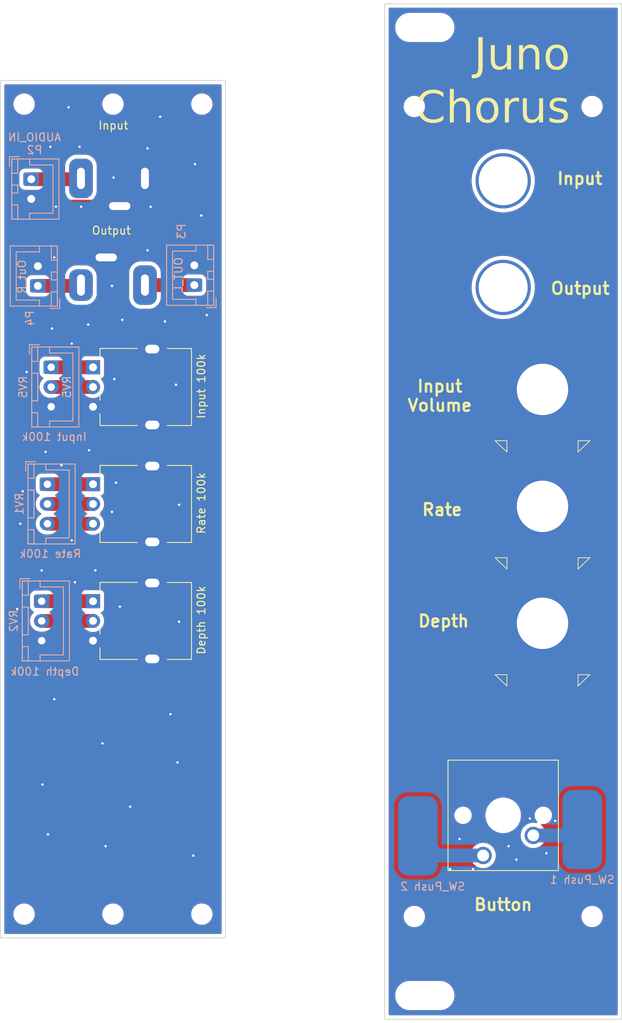
<source format=kicad_pcb>
(kicad_pcb (version 20241229) (generator "pcbnew") (generator_version "9.0")
  (layers (0 "F.Cu" signal) (2 "B.Cu" signal) (13 "F.Paste" user) (15 "B.Paste" user) (5 "F.SilkS" user "F.Silkscreen") (7 "B.SilkS" user "B.Silkscreen") (1 "F.Mask" user) (3 "B.Mask" user) (25 "Edge.Cuts" user))
  (net 0 "")
  (net 1 "GND")
  (net 2 "VAA")
  (net 3 "Net-(C5-Pad1)")
  (net 4 "Net-(P2-P1)")
  (net 5 "Net-(P3-P1)")
  (net 6 "Net-(P4-P1)")
  (net 7 "Net-(R1-Pad2)")
  (net 8 "Net-(R2-Pad1)")
  (net 9 "Net-(R4-Pad1)")
  (net 10 "Net-(R47-Pad1)")
  (net 11 "Net-(U11C-+)")
  (net 12 "Net-(U1A--)")
  (net 13 "Net-(U1B-+)")
  (footprint "DIYSynthMNL:PanelHole_AudioJack_3.5mm" (layer "F.Cu") (at 172.7 67.2 90)
    (property "Reference" "REF**" (hide yes))
    (property "Value" "PanelHole_AudioJack_3.5mm" (hide yes))
    (pad "" np_thru_hole circle (at 0 6.5 270) (size 7 7) (drill 6.2) (layers "*.Cu" "*.Mask"))
  )
  (footprint "MountingHole:MountingHole_2.2mm_M2_ISO7380" (layer "F.Cu") (at 141.05 44)
    (property "Reference" "REF**" (hide yes))
    (property "Value" "MountingHole_2.2mm_M2_ISO7380" (hide yes))
    (pad "" np_thru_hole circle (at 0 0) (size 2.2 2.2) (drill 2.2) (layers "*.Cu" "*.Mask"))
  )
  (footprint "MountingHole:MountingHole_2.2mm_M2_ISO7380" (layer "F.Cu") (at 167.95 146.8)
    (property "Reference" "REF**" (hide yes))
    (property "Value" "MountingHole_2.2mm_M2_ISO7380" (hide yes))
    (pad "" np_thru_hole circle (at 0 0) (size 2.2 2.2) (drill 2.2) (layers "*.Cu" "*.Mask"))
  )
  (footprint "Connector-User:Jack_3.5mm_SJ3-35053A_Vertical" (layer "F.Cu") (at 129.8 66.9 -90)
    (property "Reference" "Output" (at -6.9 0.2 0) (layer "F.SilkS"))
    (property "Value" "SJ3-35053A" (hide yes))
    (pad "R" thru_hole roundrect (at 0 4.05 270) (size 4 3) (drill oval 2.7 1) (layers "*.Cu" "*.Mask") (roundrect_rratio 0.3333333333) (net 6 "Net-(P4-P1)"))
    (pad "S" thru_hole roundrect (at -3.5 0.85 180) (size 4 3) (drill oval 2.7 1) (layers "*.Cu" "*.Mask") (roundrect_rratio 0.3333333333) (net 1 "GND"))
    (pad "T" thru_hole roundrect (at 0 -4.05 270) (size 5 3) (drill oval 2.7 1) (layers "*.Cu" "*.Mask") (roundrect_rratio 0.3333333333) (net 5 "Net-(P3-P1)"))
  )
  (footprint "MountingHole:MountingHole_2.2mm_M2_ISO7380" (layer "F.Cu") (at 118.55 44)
    (property "Reference" "REF**" (hide yes))
    (property "Value" "MountingHole_2.2mm_M2_ISO7380" (hide yes))
    (pad "" np_thru_hole circle (at 0 0) (size 2.2 2.2) (drill 2.2) (layers "*.Cu" "*.Mask"))
  )
  (footprint "MountingHole:MountingHole_2.2mm_M2_ISO7380" (layer "F.Cu") (at 190.45 146.8)
    (property "Reference" "REF**" (hide yes))
    (property "Value" "MountingHole_2.2mm_M2_ISO7380" (hide yes))
    (pad "" np_thru_hole circle (at 0 0) (size 2.2 2.2) (drill 2.2) (layers "*.Cu" "*.Mask"))
  )
  (footprint "Potentiometer_THT:Potentiometer_Alpha_RD901F-40-00D_Single_Vertical" (layer "F.Cu") (at 127.275 92.1)
    (property "Reference" "POT1")
    (property "Value" "Rate 100k" (at 13.7 2.4 90) (layer "F.SilkS"))
    (fp_line (start 0.88 -2.38) (end 5.6 -2.38) (stroke (width 0.12)) (layer "F.SilkS"))
    (fp_line (start 0.88 -1.19) (end 0.88 -2.37) (stroke (width 0.12)) (layer "F.SilkS"))
    (fp_line (start 0.88 1.71) (end 0.88 1.18) (stroke (width 0.12)) (layer "F.SilkS"))
    (fp_line (start 0.88 4.16) (end 0.88 3.33) (stroke (width 0.12)) (layer "F.SilkS"))
    (fp_line (start 0.88 7.37) (end 0.88 5.88) (stroke (width 0.12)) (layer "F.SilkS"))
    (fp_line (start 0.88 7.37) (end 5.6 7.37) (stroke (width 0.12)) (layer "F.SilkS"))
    (fp_line (start 9.41 -2.37) (end 12.47 -2.37) (stroke (width 0.12)) (layer "F.SilkS"))
    (fp_line (start 9.41 7.37) (end 12.47 7.37) (stroke (width 0.12)) (layer "F.SilkS"))
    (fp_line (start 12.47 7.37) (end 12.47 -2.37) (stroke (width 0.12)) (layer "F.SilkS"))
    (pad "" thru_hole oval (at 7.5 -2.3 90) (size 2.72 3.24) (drill oval 1.1 1.8) (layers "*.Cu" "*.Mask") (net 1 "GND"))
    (pad "" thru_hole oval (at 7.5 7.3 90) (size 2.72 3.24) (drill oval 1.1 1.8) (layers "*.Cu" "*.Mask") (net 1 "GND"))
    (pad "1" thru_hole rect (at 0 0 90) (size 1.8 1.8) (drill 1) (layers "*.Cu" "*.Mask") (net 7 "Net-(R1-Pad2)"))
    (pad "2" thru_hole circle (at 0 2.5 90) (size 1.8 1.8) (drill 1) (layers "*.Cu" "*.Mask") (net 9 "Net-(R4-Pad1)"))
    (pad "3" thru_hole circle (at 0 5 90) (size 1.8 1.8) (drill 1) (layers "*.Cu" "*.Mask") (net 8 "Net-(R2-Pad1)"))
  )
  (footprint "Connector-User:Jack_3.5mm_SJ3-35053A_Vertical" (layer "F.Cu") (at 129.8 53.4 90)
    (property "Reference" "Input" (at 6.7 0.05 0) (layer "F.SilkS"))
    (property "Value" "SJ3-35053A" (hide yes))
    (pad "R" thru_hole roundrect (at 0 4.05 90) (size 4 3) (drill oval 2.7 1) (layers "*.Cu" "*.Mask") (roundrect_rratio 0.3333333333) (net 1 "GND"))
    (pad "S" thru_hole roundrect (at -3.5 0.85) (size 4 3) (drill oval 2.7 1) (layers "*.Cu" "*.Mask") (roundrect_rratio 0.3333333333) (net 1 "GND"))
    (pad "T" thru_hole roundrect (at 0 -4.05 90) (size 5 3) (drill oval 2.7 1) (layers "*.Cu" "*.Mask") (roundrect_rratio 0.3333333333) (net 4 "Net-(P2-P1)"))
  )
  (footprint "Potentiometer_THT:Potentiometer_Alpha_RD901F-40-00D_Single_Vertical" (layer "F.Cu") (at 127.275 77.3)
    (property "Reference" "POT1")
    (property "Value" "Input 100k" (at 13.7 2.4 90) (layer "F.SilkS"))
    (fp_line (start 0.88 -2.38) (end 5.6 -2.38) (stroke (width 0.12)) (layer "F.SilkS"))
    (fp_line (start 0.88 -1.19) (end 0.88 -2.37) (stroke (width 0.12)) (layer "F.SilkS"))
    (fp_line (start 0.88 1.71) (end 0.88 1.18) (stroke (width 0.12)) (layer "F.SilkS"))
    (fp_line (start 0.88 4.16) (end 0.88 3.33) (stroke (width 0.12)) (layer "F.SilkS"))
    (fp_line (start 0.88 7.37) (end 0.88 5.88) (stroke (width 0.12)) (layer "F.SilkS"))
    (fp_line (start 0.88 7.37) (end 5.6 7.37) (stroke (width 0.12)) (layer "F.SilkS"))
    (fp_line (start 9.41 -2.37) (end 12.47 -2.37) (stroke (width 0.12)) (layer "F.SilkS"))
    (fp_line (start 9.41 7.37) (end 12.47 7.37) (stroke (width 0.12)) (layer "F.SilkS"))
    (fp_line (start 12.47 7.37) (end 12.47 -2.37) (stroke (width 0.12)) (layer "F.SilkS"))
    (pad "" thru_hole oval (at 7.5 -2.3 90) (size 2.72 3.24) (drill oval 1.1 1.8) (layers "*.Cu" "*.Mask") (net 1 "GND"))
    (pad "" thru_hole oval (at 7.5 7.3 90) (size 2.72 3.24) (drill oval 1.1 1.8) (layers "*.Cu" "*.Mask") (net 1 "GND"))
    (pad "1" thru_hole rect (at 0 0 90) (size 1.8 1.8) (drill 1) (layers "*.Cu" "*.Mask") (net 12 "Net-(U1A--)"))
    (pad "2" thru_hole circle (at 0 2.5 90) (size 1.8 1.8) (drill 1) (layers "*.Cu" "*.Mask") (net 13 "Net-(U1B-+)"))
    (pad "3" thru_hole circle (at 0 5 90) (size 1.8 1.8) (drill 1) (layers "*.Cu" "*.Mask") (net 1 "GND"))
  )
  (footprint "Button_Switch_Keyboard:SW_Cherry_MX_1.00u_PCB" (layer "F.Cu") (at 176.66 139.08 180)
    (property "Reference" "Button" (at -2.54 -6.22 0) (layer "F.SilkS") (effects (font (size 1.5 1.5) (thickness 0.3) (bold yes))))
    (property "Value" "SW_Cherry_MX_1.00u_PCB")
    (fp_line (start 4.445 12.065) (end -9.525 12.065) (stroke (width 0.12)) (layer "F.SilkS"))
    (fp_line (start 4.445 -1.905) (end 4.445 12.065) (stroke (width 0.12)) (layer "F.SilkS"))
    (fp_line (start -9.525 12.065) (end -9.525 -1.905) (stroke (width 0.12)) (layer "F.SilkS"))
    (fp_line (start -9.525 -1.905) (end 4.445 -1.905) (stroke (width 0.12)) (layer "F.SilkS"))
    (pad "" np_thru_hole circle (at -7.62 5.08 180) (size 1.7 1.7) (drill 1.7) (layers "*.Cu" "*.Mask"))
    (pad "" np_thru_hole circle (at -2.54 5.08 180) (size 4 4) (drill 4) (layers "*.Cu" "*.Mask"))
    (pad "" np_thru_hole circle (at 2.54 5.08 180) (size 1.7 1.7) (drill 1.7) (layers "*.Cu" "*.Mask"))
    (pad "1" thru_hole circle (at 0 0 180) (size 2.2 2.2) (drill 1.5) (layers "*.Cu" "*.Mask") (net 2 "VAA"))
    (pad "2" thru_hole circle (at -6.35 2.54 180) (size 2.2 2.2) (drill 1.5) (layers "*.Cu" "*.Mask") (net 10 "Net-(R47-Pad1)"))
  )
  (footprint "MountingHole:MountingHole_2.2mm_M2_ISO7380" (layer "F.Cu") (at 167.95 44.3)
    (property "Reference" "REF**" (hide yes))
    (property "Value" "MountingHole_2.2mm_M2_ISO7380" (hide yes))
    (pad "" np_thru_hole circle (at 0 0) (size 2.2 2.2) (drill 2.2) (layers "*.Cu" "*.Mask"))
  )
  (footprint "MountingHole:MountingHole_2.2mm_M2_ISO7380" (layer "F.Cu") (at 129.8 44)
    (property "Reference" "REF**" (hide yes))
    (property "Value" "MountingHole_2.2mm_M2_ISO7380" (hide yes))
    (pad "" np_thru_hole circle (at 0 0) (size 2.2 2.2) (drill 2.2) (layers "*.Cu" "*.Mask"))
  )
  (footprint "MountingHole:MountingHole_2.2mm_M2_ISO7380" (layer "F.Cu") (at 118.55 146.5)
    (property "Reference" "REF**" (hide yes))
    (property "Value" "MountingHole_2.2mm_M2_ISO7380" (hide yes))
    (pad "" np_thru_hole circle (at 0 0) (size 2.2 2.2) (drill 2.2) (layers "*.Cu" "*.Mask"))
  )
  (footprint "MountingHole:MountingHole_2.2mm_M2_ISO7380" (layer "F.Cu") (at 141.05 146.5)
    (property "Reference" "REF**" (hide yes))
    (property "Value" "MountingHole_2.2mm_M2_ISO7380" (hide yes))
    (pad "" np_thru_hole circle (at 0 0) (size 2.2 2.2) (drill 2.2) (layers "*.Cu" "*.Mask"))
  )
  (footprint "MountingHole:MountingHole_2.2mm_M2_ISO7380" (layer "F.Cu") (at 190.45 44.3)
    (property "Reference" "REF**" (hide yes))
    (property "Value" "MountingHole_2.2mm_M2_ISO7380" (hide yes))
    (pad "" np_thru_hole circle (at 0 0) (size 2.2 2.2) (drill 2.2) (layers "*.Cu" "*.Mask"))
  )
  (footprint "MountingHole:MountingHole_2.2mm_M2_ISO7380" (layer "F.Cu") (at 129.8 146.5)
    (property "Reference" "REF**" (hide yes))
    (property "Value" "MountingHole_2.2mm_M2_ISO7380" (hide yes))
    (pad "" np_thru_hole circle (at 0 0) (size 2.2 2.2) (drill 2.2) (layers "*.Cu" "*.Mask"))
  )
  (footprint "Potentiometer_THT:Potentiometer_Alpha_RD901F-40-00D_Single_Vertical" (layer "F.Cu") (at 127.275 106.9)
    (property "Reference" "POT1")
    (property "Value" "Depth 100k" (at 13.7 2.4 90) (layer "F.SilkS"))
    (fp_line (start 0.88 -2.38) (end 5.6 -2.38) (stroke (width 0.12)) (layer "F.SilkS"))
    (fp_line (start 0.88 -1.19) (end 0.88 -2.37) (stroke (width 0.12)) (layer "F.SilkS"))
    (fp_line (start 0.88 1.71) (end 0.88 1.18) (stroke (width 0.12)) (layer "F.SilkS"))
    (fp_line (start 0.88 4.16) (end 0.88 3.33) (stroke (width 0.12)) (layer "F.SilkS"))
    (fp_line (start 0.88 7.37) (end 0.88 5.88) (stroke (width 0.12)) (layer "F.SilkS"))
    (fp_line (start 0.88 7.37) (end 5.6 7.37) (stroke (width 0.12)) (layer "F.SilkS"))
    (fp_line (start 9.41 -2.37) (end 12.47 -2.37) (stroke (width 0.12)) (layer "F.SilkS"))
    (fp_line (start 9.41 7.37) (end 12.47 7.37) (stroke (width 0.12)) (layer "F.SilkS"))
    (fp_line (start 12.47 7.37) (end 12.47 -2.37) (stroke (width 0.12)) (layer "F.SilkS"))
    (pad "" thru_hole oval (at 7.5 -2.3 90) (size 2.72 3.24) (drill oval 1.1 1.8) (layers "*.Cu" "*.Mask") (net 1 "GND"))
    (pad "" thru_hole oval (at 7.5 7.3 90) (size 2.72 3.24) (drill oval 1.1 1.8) (layers "*.Cu" "*.Mask") (net 1 "GND"))
    (pad "1" thru_hole rect (at 0 0 90) (size 1.8 1.8) (drill 1) (layers "*.Cu" "*.Mask") (net 3 "Net-(C5-Pad1)"))
    (pad "2" thru_hole circle (at 0 2.5 90) (size 1.8 1.8) (drill 1) (layers "*.Cu" "*.Mask") (net 11 "Net-(U11C-+)"))
    (pad "3" thru_hole circle (at 0 5 90) (size 1.8 1.8) (drill 1) (layers "*.Cu" "*.Mask") (net 1 "GND"))
  )
  (footprint "MountingHole:MountingHole_3.2mm_M3" (layer "F.Cu") (at 169.28 156.8)
    (property "Reference" "REF**" (hide yes))
    (property "Value" "MountingHole_3.2mm_M3" (hide yes))
    (pad "" np_thru_hole oval (at 0 0) (size 7 3.2) (drill oval 7 3.2) (layers "*.Cu" "*.Mask"))
  )
  (footprint "DIYSynthMNL:PanelHole_AudioJack_3.5mm" (layer "F.Cu") (at 172.7 53.7 90)
    (property "Reference" "REF**" (hide yes))
    (property "Value" "PanelHole_AudioJack_3.5mm" (hide yes))
    (pad "" np_thru_hole circle (at 0 6.5 270) (size 7 7) (drill 6.2) (layers "*.Cu" "*.Mask"))
  )
  (footprint "MountingHole:MountingHole_3.2mm_M3" (layer "F.Cu") (at 169.28 34.3)
    (property "Reference" "REF**" (hide yes))
    (property "Value" "MountingHole_3.2mm_M3" (hide yes))
    (pad "" np_thru_hole oval (at 0 0) (size 7 3.2) (drill oval 7 3.2) (layers "*.Cu" "*.Mask"))
  )
  (footprint "Connector_JST:JST_XH_B2B-XH-A_1x02_P2.50mm_Vertical" (layer "B.Cu") (at 140.1 66.9 90)
    (property "Reference" "P3" (at 6.8 -1.625 90) (layer "B.SilkS") (effects (justify mirror)))
    (property "Value" "OUT_L" (at 1.3 -2 90) (layer "B.SilkS") (effects (justify mirror)))
    (fp_line (start 5.06 -3.51) (end 5.06 2.46) (stroke (width 0.12)) (layer "B.SilkS"))
    (fp_line (start -2.56 -3.51) (end 5.06 -3.51) (stroke (width 0.12)) (layer "B.SilkS"))
    (fp_line (start 4.3 -2.75) (end 1.25 -2.75) (stroke (width 0.12)) (layer "B.SilkS"))
    (fp_line (start -1.8 -2.75) (end 1.25 -2.75) (stroke (width 0.12)) (layer "B.SilkS"))
    (fp_line (start 5.05 0.2) (end 4.3 0.2) (stroke (width 0.12)) (layer "B.SilkS"))
    (fp_line (start 4.3 0.2) (end 4.3 -2.75) (stroke (width 0.12)) (layer "B.SilkS"))
    (fp_line (start -1.8 0.2) (end -1.8 -2.75) (stroke (width 0.12)) (layer "B.SilkS"))
    (fp_line (start -2.55 0.2) (end -1.8 0.2) (stroke (width 0.12)) (layer "B.SilkS"))
    (fp_line (start 5.05 1.7) (end 5.05 2.45) (stroke (width 0.12)) (layer "B.SilkS"))
    (fp_line (start 3.25 1.7) (end 5.05 1.7) (stroke (width 0.12)) (layer "B.SilkS"))
    (fp_line (start 1.75 1.7) (end 1.75 2.45) (stroke (width 0.12)) (layer "B.SilkS"))
    (fp_line (start 0.75 1.7) (end 1.75 1.7) (stroke (width 0.12)) (layer "B.SilkS"))
    (fp_line (start -0.75 1.7) (end -0.75 2.45) (stroke (width 0.12)) (layer "B.SilkS"))
    (fp_line (start -2.55 1.7) (end -0.75 1.7) (stroke (width 0.12)) (layer "B.SilkS"))
    (fp_line (start 5.05 2.45) (end 3.25 2.45) (stroke (width 0.12)) (layer "B.SilkS"))
    (fp_line (start 3.25 2.45) (end 3.25 1.7) (stroke (width 0.12)) (layer "B.SilkS"))
    (fp_line (start 1.75 2.45) (end 0.75 2.45) (stroke (width 0.12)) (layer "B.SilkS"))
    (fp_line (start 0.75 2.45) (end 0.75 1.7) (stroke (width 0.12)) (layer "B.SilkS"))
    (fp_line (start -0.75 2.45) (end -2.55 2.45) (stroke (width 0.12)) (layer "B.SilkS"))
    (fp_line (start -2.55 2.45) (end -2.55 1.7) (stroke (width 0.12)) (layer "B.SilkS"))
    (fp_line (start 5.06 2.46) (end -2.56 2.46) (stroke (width 0.12)) (layer "B.SilkS"))
    (fp_line (start -2.56 2.46) (end -2.56 -3.51) (stroke (width 0.12)) (layer "B.SilkS"))
    (fp_line (start -1.6 2.75) (end -2.85 2.75) (stroke (width 0.12)) (layer "B.SilkS"))
    (fp_line (start -2.85 2.75) (end -2.85 1.5) (stroke (width 0.12)) (layer "B.SilkS"))
    (pad "1" thru_hole roundrect (at 0 0 90) (size 1.7 2) (drill 1) (layers "*.Cu" "*.Mask") (roundrect_rratio 0.147059) (net 5 "Net-(P3-P1)"))
    (pad "2" thru_hole oval (at 2.5 0 90) (size 1.7 2) (drill 1) (layers "*.Cu" "*.Mask") (net 1 "GND"))
  )
  (footprint "Connector_JST:JST_XH_B3B-XH-A_1x03_P2.50mm_Vertical" (layer "B.Cu") (at 121.5 92.1 -90)
    (property "Reference" "RV1" (at 2.5 3.55 90) (layer "B.SilkS") (effects (justify mirror)))
    (property "Value" "Rate 100k" (at 8.8 -0.375 0) (layer "B.SilkS") (effects (justify mirror)))
    (fp_line (start -2.85 2.75) (end -2.85 1.5) (stroke (width 0.12)) (layer "B.SilkS"))
    (fp_line (start -1.6 2.75) (end -2.85 2.75) (stroke (width 0.12)) (layer "B.SilkS"))
    (fp_line (start -2.56 2.46) (end -2.56 -3.51) (stroke (width 0.12)) (layer "B.SilkS"))
    (fp_line (start 7.56 2.46) (end -2.56 2.46) (stroke (width 0.12)) (layer "B.SilkS"))
    (fp_line (start -2.55 2.45) (end -2.55 1.7) (stroke (width 0.12)) (layer "B.SilkS"))
    (fp_line (start -0.75 2.45) (end -2.55 2.45) (stroke (width 0.12)) (layer "B.SilkS"))
    (fp_line (start 0.75 2.45) (end 0.75 1.7) (stroke (width 0.12)) (layer "B.SilkS"))
    (fp_line (start 4.25 2.45) (end 0.75 2.45) (stroke (width 0.12)) (layer "B.SilkS"))
    (fp_line (start 5.75 2.45) (end 5.75 1.7) (stroke (width 0.12)) (layer "B.SilkS"))
    (fp_line (start 7.55 2.45) (end 5.75 2.45) (stroke (width 0.12)) (layer "B.SilkS"))
    (fp_line (start -2.55 1.7) (end -0.75 1.7) (stroke (width 0.12)) (layer "B.SilkS"))
    (fp_line (start -0.75 1.7) (end -0.75 2.45) (stroke (width 0.12)) (layer "B.SilkS"))
    (fp_line (start 0.75 1.7) (end 4.25 1.7) (stroke (width 0.12)) (layer "B.SilkS"))
    (fp_line (start 4.25 1.7) (end 4.25 2.45) (stroke (width 0.12)) (layer "B.SilkS"))
    (fp_line (start 5.75 1.7) (end 7.55 1.7) (stroke (width 0.12)) (layer "B.SilkS"))
    (fp_line (start 7.55 1.7) (end 7.55 2.45) (stroke (width 0.12)) (layer "B.SilkS"))
    (fp_line (start -2.55 0.2) (end -1.8 0.2) (stroke (width 0.12)) (layer "B.SilkS"))
    (fp_line (start -1.8 0.2) (end -1.8 -2.75) (stroke (width 0.12)) (layer "B.SilkS"))
    (fp_line (start 6.8 0.2) (end 6.8 -2.75) (stroke (width 0.12)) (layer "B.SilkS"))
    (fp_line (start 7.55 0.2) (end 6.8 0.2) (stroke (width 0.12)) (layer "B.SilkS"))
    (fp_line (start -1.8 -2.75) (end 2.5 -2.75) (stroke (width 0.12)) (layer "B.SilkS"))
    (fp_line (start 6.8 -2.75) (end 2.5 -2.75) (stroke (width 0.12)) (layer "B.SilkS"))
    (fp_line (start -2.56 -3.51) (end 7.56 -3.51) (stroke (width 0.12)) (layer "B.SilkS"))
    (fp_line (start 7.56 -3.51) (end 7.56 2.46) (stroke (width 0.12)) (layer "B.SilkS"))
    (pad "1" thru_hole roundrect (at 0 0 270) (size 1.7 1.95) (drill 0.95) (layers "*.Cu" "*.Mask") (roundrect_rratio 0.147059) (net 7 "Net-(R1-Pad2)"))
    (pad "2" thru_hole oval (at 2.5 0 270) (size 1.7 1.95) (drill 0.95) (layers "*.Cu" "*.Mask") (net 9 "Net-(R4-Pad1)"))
    (pad "3" thru_hole oval (at 5 0 270) (size 1.7 1.95) (drill 0.95) (layers "*.Cu" "*.Mask") (net 8 "Net-(R2-Pad1)"))
  )
  (footprint "Connector_Wire:SolderWirePad_1x01_SMD_5x10mm" (layer "B.Cu") (at 189.2 135.8 180)
    (property "Reference" "J1")
    (property "Value" "SW_Push 1" (at 0 -6.35 0) (layer "B.SilkS") (effects (justify mirror)))
    (pad "1" smd roundrect (at 0 0 180) (size 5 10) (layers "B.Cu" "B.Mask") (net 10 "Net-(R47-Pad1)"))
  )
  (footprint "Connector_JST:JST_XH_B3B-XH-A_1x03_P2.50mm_Vertical" (layer "B.Cu") (at 120.775 106.9 -90)
    (property "Reference" "RV2" (at 2.5 3.55 90) (layer "B.SilkS") (effects (justify mirror)))
    (property "Value" "Depth 100k" (at 8.9 -0.4 0) (layer "B.SilkS") (effects (justify mirror)))
    (fp_line (start -2.85 2.75) (end -2.85 1.5) (stroke (width 0.12)) (layer "B.SilkS"))
    (fp_line (start -1.6 2.75) (end -2.85 2.75) (stroke (width 0.12)) (layer "B.SilkS"))
    (fp_line (start -2.56 2.46) (end -2.56 -3.51) (stroke (width 0.12)) (layer "B.SilkS"))
    (fp_line (start 7.56 2.46) (end -2.56 2.46) (stroke (width 0.12)) (layer "B.SilkS"))
    (fp_line (start -2.55 2.45) (end -2.55 1.7) (stroke (width 0.12)) (layer "B.SilkS"))
    (fp_line (start -0.75 2.45) (end -2.55 2.45) (stroke (width 0.12)) (layer "B.SilkS"))
    (fp_line (start 0.75 2.45) (end 0.75 1.7) (stroke (width 0.12)) (layer "B.SilkS"))
    (fp_line (start 4.25 2.45) (end 0.75 2.45) (stroke (width 0.12)) (layer "B.SilkS"))
    (fp_line (start 5.75 2.45) (end 5.75 1.7) (stroke (width 0.12)) (layer "B.SilkS"))
    (fp_line (start 7.55 2.45) (end 5.75 2.45) (stroke (width 0.12)) (layer "B.SilkS"))
    (fp_line (start -2.55 1.7) (end -0.75 1.7) (stroke (width 0.12)) (layer "B.SilkS"))
    (fp_line (start -0.75 1.7) (end -0.75 2.45) (stroke (width 0.12)) (layer "B.SilkS"))
    (fp_line (start 0.75 1.7) (end 4.25 1.7) (stroke (width 0.12)) (layer "B.SilkS"))
    (fp_line (start 4.25 1.7) (end 4.25 2.45) (stroke (width 0.12)) (layer "B.SilkS"))
    (fp_line (start 5.75 1.7) (end 7.55 1.7) (stroke (width 0.12)) (layer "B.SilkS"))
    (fp_line (start 7.55 1.7) (end 7.55 2.45) (stroke (width 0.12)) (layer "B.SilkS"))
    (fp_line (start -2.55 0.2) (end -1.8 0.2) (stroke (width 0.12)) (layer "B.SilkS"))
    (fp_line (start -1.8 0.2) (end -1.8 -2.75) (stroke (width 0.12)) (layer "B.SilkS"))
    (fp_line (start 6.8 0.2) (end 6.8 -2.75) (stroke (width 0.12)) (layer "B.SilkS"))
    (fp_line (start 7.55 0.2) (end 6.8 0.2) (stroke (width 0.12)) (layer "B.SilkS"))
    (fp_line (start -1.8 -2.75) (end 2.5 -2.75) (stroke (width 0.12)) (layer "B.SilkS"))
    (fp_line (start 6.8 -2.75) (end 2.5 -2.75) (stroke (width 0.12)) (layer "B.SilkS"))
    (fp_line (start -2.56 -3.51) (end 7.56 -3.51) (stroke (width 0.12)) (layer "B.SilkS"))
    (fp_line (start 7.56 -3.51) (end 7.56 2.46) (stroke (width 0.12)) (layer "B.SilkS"))
    (pad "1" thru_hole roundrect (at 0 0 270) (size 1.7 1.95) (drill 0.95) (layers "*.Cu" "*.Mask") (roundrect_rratio 0.147059) (net 3 "Net-(C5-Pad1)"))
    (pad "2" thru_hole oval (at 2.5 0 270) (size 1.7 1.95) (drill 0.95) (layers "*.Cu" "*.Mask") (net 11 "Net-(U11C-+)"))
    (pad "3" thru_hole oval (at 5 0 270) (size 1.7 1.95) (drill 0.95) (layers "*.Cu" "*.Mask") (net 1 "GND"))
  )
  (footprint "Connector_Wire:SolderWirePad_1x01_SMD_5x10mm" (layer "B.Cu") (at 168.4 136.6 180)
    (property "Reference" "J2")
    (property "Value" "SW_Push 2" (at -1.875 -6.4 0) (layer "B.SilkS") (effects (justify mirror)))
    (pad "1" smd roundrect (at 0 0 180) (size 5 10) (layers "B.Cu" "B.Mask") (net 2 "VAA"))
  )
  (footprint "Connector_JST:JST_XH_B2B-XH-A_1x02_P2.50mm_Vertical" (layer "B.Cu") (at 120.3 67 90)
    (property "Reference" "P4" (at -4.1 -1.025 90) (layer "B.SilkS") (effects (justify mirror)))
    (property "Value" "Out_R" (at 1.15 -2.025 90) (layer "B.SilkS") (effects (justify mirror)))
    (fp_line (start 5.06 -3.51) (end 5.06 2.46) (stroke (width 0.12)) (layer "B.SilkS"))
    (fp_line (start -2.56 -3.51) (end 5.06 -3.51) (stroke (width 0.12)) (layer "B.SilkS"))
    (fp_line (start 4.3 -2.75) (end 1.25 -2.75) (stroke (width 0.12)) (layer "B.SilkS"))
    (fp_line (start -1.8 -2.75) (end 1.25 -2.75) (stroke (width 0.12)) (layer "B.SilkS"))
    (fp_line (start 5.05 0.2) (end 4.3 0.2) (stroke (width 0.12)) (layer "B.SilkS"))
    (fp_line (start 4.3 0.2) (end 4.3 -2.75) (stroke (width 0.12)) (layer "B.SilkS"))
    (fp_line (start -1.8 0.2) (end -1.8 -2.75) (stroke (width 0.12)) (layer "B.SilkS"))
    (fp_line (start -2.55 0.2) (end -1.8 0.2) (stroke (width 0.12)) (layer "B.SilkS"))
    (fp_line (start 5.05 1.7) (end 5.05 2.45) (stroke (width 0.12)) (layer "B.SilkS"))
    (fp_line (start 3.25 1.7) (end 5.05 1.7) (stroke (width 0.12)) (layer "B.SilkS"))
    (fp_line (start 1.75 1.7) (end 1.75 2.45) (stroke (width 0.12)) (layer "B.SilkS"))
    (fp_line (start 0.75 1.7) (end 1.75 1.7) (stroke (width 0.12)) (layer "B.SilkS"))
    (fp_line (start -0.75 1.7) (end -0.75 2.45) (stroke (width 0.12)) (layer "B.SilkS"))
    (fp_line (start -2.55 1.7) (end -0.75 1.7) (stroke (width 0.12)) (layer "B.SilkS"))
    (fp_line (start 5.05 2.45) (end 3.25 2.45) (stroke (width 0.12)) (layer "B.SilkS"))
    (fp_line (start 3.25 2.45) (end 3.25 1.7) (stroke (width 0.12)) (layer "B.SilkS"))
    (fp_line (start 1.75 2.45) (end 0.75 2.45) (stroke (width 0.12)) (layer "B.SilkS"))
    (fp_line (start 0.75 2.45) (end 0.75 1.7) (stroke (width 0.12)) (layer "B.SilkS"))
    (fp_line (start -0.75 2.45) (end -2.55 2.45) (stroke (width 0.12)) (layer "B.SilkS"))
    (fp_line (start -2.55 2.45) (end -2.55 1.7) (stroke (width 0.12)) (layer "B.SilkS"))
    (fp_line (start 5.06 2.46) (end -2.56 2.46) (stroke (width 0.12)) (layer "B.SilkS"))
    (fp_line (start -2.56 2.46) (end -2.56 -3.51) (stroke (width 0.12)) (layer "B.SilkS"))
    (fp_line (start -1.6 2.75) (end -2.85 2.75) (stroke (width 0.12)) (layer "B.SilkS"))
    (fp_line (start -2.85 2.75) (end -2.85 1.5) (stroke (width 0.12)) (layer "B.SilkS"))
    (pad "1" thru_hole roundrect (at 0 0 90) (size 1.7 2) (drill 1) (layers "*.Cu" "*.Mask") (roundrect_rratio 0.147059) (net 6 "Net-(P4-P1)"))
    (pad "2" thru_hole oval (at 2.5 0 90) (size 1.7 2) (drill 1) (layers "*.Cu" "*.Mask") (net 1 "GND"))
  )
  (footprint "Connector_JST:JST_XH_B2B-XH-A_1x02_P2.50mm_Vertical" (layer "B.Cu") (at 119.45 53.5 -90)
    (property "Reference" "P2" (at -3.7 -0.425 0) (layer "B.SilkS") (effects (justify mirror)))
    (property "Value" "AUDIO_IN" (at -5.3 -0.425 0) (layer "B.SilkS") (effects (justify mirror)))
    (fp_line (start -2.85 2.75) (end -2.85 1.5) (stroke (width 0.12)) (layer "B.SilkS"))
    (fp_line (start -1.6 2.75) (end -2.85 2.75) (stroke (width 0.12)) (layer "B.SilkS"))
    (fp_line (start -2.56 2.46) (end -2.56 -3.51) (stroke (width 0.12)) (layer "B.SilkS"))
    (fp_line (start 5.06 2.46) (end -2.56 2.46) (stroke (width 0.12)) (layer "B.SilkS"))
    (fp_line (start -2.55 2.45) (end -2.55 1.7) (stroke (width 0.12)) (layer "B.SilkS"))
    (fp_line (start -0.75 2.45) (end -2.55 2.45) (stroke (width 0.12)) (layer "B.SilkS"))
    (fp_line (start 0.75 2.45) (end 0.75 1.7) (stroke (width 0.12)) (layer "B.SilkS"))
    (fp_line (start 1.75 2.45) (end 0.75 2.45) (stroke (width 0.12)) (layer "B.SilkS"))
    (fp_line (start 3.25 2.45) (end 3.25 1.7) (stroke (width 0.12)) (layer "B.SilkS"))
    (fp_line (start 5.05 2.45) (end 3.25 2.45) (stroke (width 0.12)) (layer "B.SilkS"))
    (fp_line (start -2.55 1.7) (end -0.75 1.7) (stroke (width 0.12)) (layer "B.SilkS"))
    (fp_line (start -0.75 1.7) (end -0.75 2.45) (stroke (width 0.12)) (layer "B.SilkS"))
    (fp_line (start 0.75 1.7) (end 1.75 1.7) (stroke (width 0.12)) (layer "B.SilkS"))
    (fp_line (start 1.75 1.7) (end 1.75 2.45) (stroke (width 0.12)) (layer "B.SilkS"))
    (fp_line (start 3.25 1.7) (end 5.05 1.7) (stroke (width 0.12)) (layer "B.SilkS"))
    (fp_line (start 5.05 1.7) (end 5.05 2.45) (stroke (width 0.12)) (layer "B.SilkS"))
    (fp_line (start -2.55 0.2) (end -1.8 0.2) (stroke (width 0.12)) (layer "B.SilkS"))
    (fp_line (start -1.8 0.2) (end -1.8 -2.75) (stroke (width 0.12)) (layer "B.SilkS"))
    (fp_line (start 4.3 0.2) (end 4.3 -2.75) (stroke (width 0.12)) (layer "B.SilkS"))
    (fp_line (start 5.05 0.2) (end 4.3 0.2) (stroke (width 0.12)) (layer "B.SilkS"))
    (fp_line (start -1.8 -2.75) (end 1.25 -2.75) (stroke (width 0.12)) (layer "B.SilkS"))
    (fp_line (start 4.3 -2.75) (end 1.25 -2.75) (stroke (width 0.12)) (layer "B.SilkS"))
    (fp_line (start -2.56 -3.51) (end 5.06 -3.51) (stroke (width 0.12)) (layer "B.SilkS"))
    (fp_line (start 5.06 -3.51) (end 5.06 2.46) (stroke (width 0.12)) (layer "B.SilkS"))
    (pad "1" thru_hole roundrect (at 0 0 270) (size 1.7 2) (drill 1) (layers "*.Cu" "*.Mask") (roundrect_rratio 0.147059) (net 4 "Net-(P2-P1)"))
    (pad "2" thru_hole oval (at 2.5 0 270) (size 1.7 2) (drill 1) (layers "*.Cu" "*.Mask") (net 1 "GND"))
  )
  (footprint "Connector_JST:JST_XH_B3B-XH-A_1x03_P2.50mm_Vertical" (layer "B.Cu") (at 121.975 77.3 -90)
    (property "Reference" "RV5" (at 2.5 3.55 90) (layer "B.SilkS") (effects (justify mirror)))
    (property "Value" "Input 100k" (at 8.8 -0.4 0) (layer "B.SilkS") (effects (justify mirror)))
    (fp_line (start -2.85 2.75) (end -2.85 1.5) (stroke (width 0.12)) (layer "B.SilkS"))
    (fp_line (start -1.6 2.75) (end -2.85 2.75) (stroke (width 0.12)) (layer "B.SilkS"))
    (fp_line (start -2.56 2.46) (end -2.56 -3.51) (stroke (width 0.12)) (layer "B.SilkS"))
    (fp_line (start 7.56 2.46) (end -2.56 2.46) (stroke (width 0.12)) (layer "B.SilkS"))
    (fp_line (start -2.55 2.45) (end -2.55 1.7) (stroke (width 0.12)) (layer "B.SilkS"))
    (fp_line (start -0.75 2.45) (end -2.55 2.45) (stroke (width 0.12)) (layer "B.SilkS"))
    (fp_line (start 0.75 2.45) (end 0.75 1.7) (stroke (width 0.12)) (layer "B.SilkS"))
    (fp_line (start 4.25 2.45) (end 0.75 2.45) (stroke (width 0.12)) (layer "B.SilkS"))
    (fp_line (start 5.75 2.45) (end 5.75 1.7) (stroke (width 0.12)) (layer "B.SilkS"))
    (fp_line (start 7.55 2.45) (end 5.75 2.45) (stroke (width 0.12)) (layer "B.SilkS"))
    (fp_line (start -2.55 1.7) (end -0.75 1.7) (stroke (width 0.12)) (layer "B.SilkS"))
    (fp_line (start -0.75 1.7) (end -0.75 2.45) (stroke (width 0.12)) (layer "B.SilkS"))
    (fp_line (start 0.75 1.7) (end 4.25 1.7) (stroke (width 0.12)) (layer "B.SilkS"))
    (fp_line (start 4.25 1.7) (end 4.25 2.45) (stroke (width 0.12)) (layer "B.SilkS"))
    (fp_line (start 5.75 1.7) (end 7.55 1.7) (stroke (width 0.12)) (layer "B.SilkS"))
    (fp_line (start 7.55 1.7) (end 7.55 2.45) (stroke (width 0.12)) (layer "B.SilkS"))
    (fp_line (start -2.55 0.2) (end -1.8 0.2) (stroke (width 0.12)) (layer "B.SilkS"))
    (fp_line (start -1.8 0.2) (end -1.8 -2.75) (stroke (width 0.12)) (layer "B.SilkS"))
    (fp_line (start 6.8 0.2) (end 6.8 -2.75) (stroke (width 0.12)) (layer "B.SilkS"))
    (fp_line (start 7.55 0.2) (end 6.8 0.2) (stroke (width 0.12)) (layer "B.SilkS"))
    (fp_line (start -1.8 -2.75) (end 2.5 -2.75) (stroke (width 0.12)) (layer "B.SilkS"))
    (fp_line (start 6.8 -2.75) (end 2.5 -2.75) (stroke (width 0.12)) (layer "B.SilkS"))
    (fp_line (start -2.56 -3.51) (end 7.56 -3.51) (stroke (width 0.12)) (layer "B.SilkS"))
    (fp_line (start 7.56 -3.51) (end 7.56 2.46) (stroke (width 0.12)) (layer "B.SilkS"))
    (fp_text user "${REFERENCE}" (at 2.5 -2 90) (layer "B.SilkS") (effects (justify mirror)))
    (pad "1" thru_hole roundrect (at 0 0 270) (size 1.7 1.95) (drill 0.95) (layers "*.Cu" "*.Mask") (roundrect_rratio 0.147059) (net 12 "Net-(U1A--)"))
    (pad "2" thru_hole oval (at 2.5 0 270) (size 1.7 1.95) (drill 0.95) (layers "*.Cu" "*.Mask") (net 13 "Net-(U1B-+)"))
    (pad "3" thru_hole oval (at 5 0 270) (size 1.7 1.95) (drill 0.95) (layers "*.Cu" "*.Mask") (net 1 "GND"))
  )
  (gr_line (start 188.675 86.599998) (end 190.175 86.599998) (stroke (width 0.1)) (layer "F.SilkS"))
  (gr_line (start 179.675 116.199998) (end 178.175 116.199998) (stroke (width 0.1)) (layer "F.SilkS"))
  (gr_line (start 179.675 116.199998) (end 179.675 117.627917) (stroke (width 0.1)) (layer "F.SilkS"))
  (gr_line (start 179.675 101.399998) (end 178.175 101.399998) (stroke (width 0.1)) (layer "F.SilkS"))
  (gr_line (start 179.675 88.027917) (end 178.175 86.599998) (stroke (width 0.1)) (layer "F.SilkS"))
  (gr_line (start 179.675 102.827917) (end 178.175 101.399998) (stroke (width 0.1)) (layer "F.SilkS"))
  (gr_line (start 179.675 117.627917) (end 178.175 116.199998) (stroke (width 0.1)) (layer "F.SilkS"))
  (gr_line (start 179.675 101.399998) (end 179.675 102.827917) (stroke (width 0.1)) (layer "F.SilkS"))
  (gr_line (start 188.674999 86.599998) (end 188.675 88.027917) (stroke (width 0.1)) (layer "F.SilkS"))
  (gr_line (start 190.175 86.599998) (end 188.675 88.027917) (stroke (width 0.1)) (layer "F.SilkS"))
  (gr_line (start 190.175 101.399998) (end 188.675 102.827917) (stroke (width 0.1)) (layer "F.SilkS"))
  (gr_line (start 188.674999 116.199998) (end 188.675 117.627917) (stroke (width 0.1)) (layer "F.SilkS"))
  (gr_line (start 188.674999 101.399998) (end 188.675 102.827917) (stroke (width 0.1)) (layer "F.SilkS"))
  (gr_line (start 188.675 116.199998) (end 190.175 116.199998) (stroke (width 0.1)) (layer "F.SilkS"))
  (gr_line (start 188.675 101.399998) (end 190.175 101.399998) (stroke (width 0.1)) (layer "F.SilkS"))
  (gr_line (start 179.675 86.599998) (end 178.175 86.599998) (stroke (width 0.1)) (layer "F.SilkS"))
  (gr_line (start 190.175 116.199998) (end 188.675 117.627917) (stroke (width 0.1)) (layer "F.SilkS"))
  (gr_line (start 179.675 86.599998) (end 179.675 88.027917) (stroke (width 0.1)) (layer "F.SilkS"))
  (gr_line (start 164.2 159.8) (end 164.2 31.3) (stroke (width 0.1)) (layer "Edge.Cuts"))
  (gr_line (start 115.55 41) (end 144.05 41) (stroke (width 0.1)) (layer "Edge.Cuts"))
  (gr_line (start 144.05 149.5) (end 144.05 41) (stroke (width 0.1)) (layer "Edge.Cuts"))
  (gr_line (start 115.55 41) (end 115.55 149.5) (stroke (width 0.1)) (layer "Edge.Cuts"))
  (gr_line (start 115.55 149.5) (end 144.05 149.5) (stroke (width 0.1)) (layer "Edge.Cuts"))
  (gr_line (start 194.2 159.8) (end 164.2 159.8) (stroke (width 0.1)) (layer "Edge.Cuts"))
  (gr_line (start 164.2 31.3) (end 194.2 31.3) (stroke (width 0.1)) (layer "Edge.Cuts"))
  (gr_line (start 194.2 31.3) (end 194.2 159.8) (stroke (width 0.1)) (layer "Edge.Cuts"))
  (gr_text "Input" (at 185.875 54.3 0) (layer "F.SilkS") (effects (font (size 1.5 1.5) (thickness 0.3) (bold yes)) (justify left bottom)))
  (gr_text "Rate" (at 168.775 96.2 0) (layer "F.SilkS") (effects (font (size 1.5 1.5) (thickness 0.3) (bold yes)) (justify left bottom)))
  (gr_text "Input\nVolume" (at 171.175 83 0) (layer "F.SilkS") (effects (font (size 1.5 1.5) (thickness 0.3) (bold yes)) (justify bottom)))
  (gr_text "Depth" (at 168.275 110.3 0) (layer "F.SilkS") (effects (font (size 1.5 1.5) (thickness 0.3) (bold yes)) (justify left bottom)))
  (gr_text "Output" (at 185.075 68.2 0) (layer "F.SilkS") (effects (font (size 1.5 1.5) (thickness 0.3) (bold yes)) (justify left bottom)))
  (gr_text "Juno\nChorus" (at 187.675 47 0) (layer "F.SilkS") (effects (font (size 4 4) (thickness 0.1)) (justify right bottom)))
  (segment (start 120.775 111.9) (end 127.275 111.9) (width 1.75) (layer "F.Cu") (net 1))
  (segment (start 120.426 56.976) (end 122.575 56.976) (width 1.75) (layer "F.Cu") (net 1))
  (segment (start 130.574 56.976) (end 130.65 56.9) (width 1.75) (layer "F.Cu") (net 1))
  (segment (start 122.575 56.976) (end 125.775 56.976) (width 1.75) (layer "F.Cu") (net 1))
  (segment (start 121.875 82.3) (end 127.175 82.3) (width 1.75) (layer "F.Cu") (net 1))
  (segment (start 121.4 63.4) (end 122.375 63.4) (width 1.75) (layer "F.Cu") (net 1))
  (segment (start 119.45 56) (end 120.426 56.976) (width 1.75) (layer "F.Cu") (net 1))
  (segment (start 125.775 56.976) (end 130.574 56.976) (width 1.75) (layer "F.Cu") (net 1))
  (segment (start 120.3 64.5) (end 121.4 63.4) (width 1.75) (layer "F.Cu") (net 1))
  (segment (start 122.375 63.4) (end 128.95 63.4) (width 1.75) (layer "F.Cu") (net 1))
  (via (at 175.375 140.8) (size 0.6) (drill 0.3) (layers "F.Cu" "B.Cu") (net 1))
  (via (at 136.375 71.5) (size 0.6) (drill 0.3) (layers "F.Cu" "B.Cu") (net 1))
  (via (at 127.575 103) (size 0.6) (drill 0.3) (layers "F.Cu" "B.Cu") (net 1))
  (via (at 134.175 49.6) (size 0.6) (drill 0.3) (layers "F.Cu" "B.Cu") (net 1))
  (via (at 125.775 56.976) (size 0.6) (drill 0.3) (layers "F.Cu" "B.Cu") (net 1))
  (via (at 128.875 137.9) (size 0.6) (drill 0.3) (layers "F.Cu" "B.Cu") (net 1))
  (via (at 182.575 134.4) (size 0.6) (drill 0.3) (layers "F.Cu" "B.Cu") (net 1))
  (via (at 122.375 119.3) (size 0.6) (drill 0.3) (layers "F.Cu" "B.Cu") (net 1))
  (via (at 123.275 89.7) (size 0.6) (drill 0.3) (layers "F.Cu" "B.Cu") (net 1))
  (via (at 118.375 93) (size 0.6) (drill 0.3) (layers "F.Cu" "B.Cu") (net 1))
  (via (at 122.375 63.4) (size 0.6) (drill 0.3) (layers "F.Cu" "B.Cu") (net 1))
  (via (at 125.575 49.4) (size 0.6) (drill 0.3) (layers "F.Cu" "B.Cu") (net 1))
  (via (at 120.875 130.1) (size 0.6) (drill 0.3) (layers "F.Cu" "B.Cu") (net 1))
  (via (at 172.475 140.8) (size 0.6) (drill 0.3) (layers "F.Cu" "B.Cu") (net 1))
  (via (at 139.975 139.1) (size 0.6) (drill 0.3) (layers "F.Cu" "B.Cu") (net 1))
  (via (at 130.975 71.3) (size 0.6) (drill 0.3) (layers "F.Cu" "B.Cu") (net 1))
  (via (at 140.975 58.1) (size 0.6) (drill 0.3) (layers "F.Cu" "B.Cu") (net 1))
  (via (at 121.875 49.4) (size 0.6) (drill 0.3) (layers "F.Cu" "B.Cu") (net 1))
  (via (at 121.275 88) (size 0.6) (drill 0.3) (layers "F.Cu" "B.Cu") (net 1))
  (via (at 128.475 124.9) (size 0.6) (drill 0.3) (layers "F.Cu" "B.Cu") (net 1))
  (via (at 173.675 137) (size 0.6) (drill 0.3) (layers "F.Cu" "B.Cu") (net 1))
  (via (at 126.675 71.9) (size 0.6) (drill 0.3) (layers "F.Cu" "B.Cu") (net 1))
  (via (at 135.775 45.6) (size 0.6) (drill 0.3) (layers "F.Cu" "B.Cu") (net 1))
  (via (at 118.875 77.9) (size 0.6) (drill 0.3) (layers "F.Cu" "B.Cu") (net 1))
  (via (at 134.575 57) (size 0.6) (drill 0.3) (layers "F.Cu" "B.Cu") (net 1))
  (via (at 122.575 56.976) (size 0.6) (drill 0.3) (layers "F.Cu" "B.Cu") (net 1))
  (via (at 117.675 107.9) (size 0.6) (drill 0.3) (layers "F.Cu" "B.Cu") (net 1))
  (via (at 180.875 139.6) (size 0.6) (drill 0.3) (layers "F.Cu" "B.Cu") (net 1))
  (via (at 130.675 107.6) (size 0.6) (drill 0.3) (layers "F.Cu" "B.Cu") (net 1))
  (via (at 129.675 67) (size 0.6) (drill 0.3) (layers "F.Cu" "B.Cu") (net 1))
  (via (at 185.775 134.7) (size 0.6) (drill 0.3) (layers "F.Cu" "B.Cu") (net 1))
  (via (at 120.775 103) (size 0.6) (drill 0.3) (layers "F.Cu" "B.Cu") (net 1))
  (via (at 129.675 95.6) (size 0.6) (drill 0.3) (layers "F.Cu" "B.Cu") (net 1))
  (via (at 124.975 104.5) (size 0.6) (drill 0.3) (layers "F.Cu" "B.Cu") (net 1))
  (via (at 137.775 79.5) (size 0.6) (drill 0.3) (layers "F.Cu" "B.Cu") (net 1))
  (via (at 179.875 137.9) (size 0.6) (drill 0.3) (layers "F.Cu" "B.Cu") (net 1))
  (via (at 124.575 74.3) (size 0.6) (drill 0.3) (layers "F.Cu" "B.Cu") (net 1))
  (via (at 184.175 109.7) (size 7.2) (drill 6.5) (layers "F.Cu" "B.Cu") (net 1))
  (via (at 129.875 53.3) (size 0.6) (drill 0.3) (layers "F.Cu" "B.Cu") (net 1))
  (via (at 131.975 132.9) (size 0.6) (drill 0.3) (layers "F.Cu" "B.Cu") (net 1))
  (via (at 184.675 138.8) (size 0.6) (drill 0.3) (layers "F.Cu" "B.Cu") (net 1))
  (via (at 126.775 87.8) (size 0.6) (drill 0.3) (layers "F.Cu" "B.Cu") (net 1))
  (via (at 137.975 127.3) (size 0.6) (drill 0.3) (layers "F.Cu" "B.Cu") (net 1))
  (via (at 130.175 91.9) (size 0.6) (drill 0.3) (layers "F.Cu" "B.Cu") (net 1))
  (via (at 141.675 70.7) (size 0.6) (drill 0.3) (layers "F.Cu" "B.Cu") (net 1))
  (via (at 140.175 51.6) (size 0.6) (drill 0.3) (layers "F.Cu" "B.Cu") (net 1))
  (via (at 122.075 72.4) (size 0.6) (drill 0.3) (layers "F.Cu" "B.Cu") (net 1))
  (via (at 137.075 121.2) (size 0.6) (drill 0.3) (layers "F.Cu" "B.Cu") (net 1))
  (via (at 124.175 44.4) (size 0.6) (drill 0.3) (layers "F.Cu" "B.Cu") (net 1))
  (via (at 134.175 62.5) (size 0.6) (drill 0.3) (layers "F.Cu" "B.Cu") (net 1))
  (via (at 129.975 78.8) (size 0.6) (drill 0.3) (layers "F.Cu" "B.Cu") (net 1))
  (via (at 184.175 80.1) (size 7.2) (drill 6.5) (layers "F.Cu" "B.Cu") (net 1))
  (via (at 121.575 136.4) (size 0.6) (drill 0.3) (layers "F.Cu" "B.Cu") (net 1))
  (via (at 124.575 99.2) (size 0.6) (drill 0.3) (layers "F.Cu" "B.Cu") (net 1))
  (via (at 184.175 94.9) (size 7.2) (drill 6.5) (layers "F.Cu" "B.Cu") (net 1))
  (via (at 138.175 94.7) (size 0.6) (drill 0.3) (layers "F.Cu" "B.Cu") (net 1))
  (via (at 138.175 109.5) (size 0.6) (drill 0.3) (layers "F.Cu" "B.Cu") (net 1))
  (via (at 118.075 97.1) (size 0.6) (drill 0.3) (layers "F.Cu" "B.Cu") (net 1))
  (segment (start 168.4 136.6) (end 170.88 139.08) (width 1.75) (layer "B.Cu") (net 2))
  (segment (start 170.88 139.08) (end 176.66 139.08) (width 1.75) (layer "B.Cu") (net 2))
  (segment (start 120.775 106.9) (end 127.275 106.9) (width 1.75) (layer "F.Cu") (net 3))
  (segment (start 119.45 53.5) (end 125.65 53.5) (width 1.75) (layer "F.Cu") (net 4))
  (segment (start 125.65 53.5) (end 125.75 53.4) (width 1.75) (layer "F.Cu") (net 4))
  (segment (start 140.1 66.9) (end 133.85 66.9) (width 1.75) (layer "F.Cu") (net 5))
  (segment (start 120.3 67) (end 125.65 67) (width 1.75) (layer "F.Cu") (net 6))
  (segment (start 125.65 67) (end 125.75 66.9) (width 1.75) (layer "F.Cu") (net 6))
  (segment (start 121.5 92.1) (end 127.275 92.1) (width 1.75) (layer "F.Cu") (net 7))
  (segment (start 121.5 97.1) (end 127.275 97.1) (width 1.75) (layer "F.Cu") (net 8))
  (segment (start 121.5 94.6) (end 127.275 94.6) (width 1.75) (layer "F.Cu") (net 9))
  (segment (start 189.2 135.8) (end 188.46 136.54) (width 1.75) (layer "B.Cu") (net 10))
  (segment (start 188.46 136.54) (end 183.01 136.54) (width 1.75) (layer "B.Cu") (net 10))
  (segment (start 120.775 109.4) (end 127.275 109.4) (width 1.75) (layer "F.Cu") (net 11))
  (segment (start 121.875 77.3) (end 127.175 77.3) (width 1.75) (layer "F.Cu") (net 12))
  (segment (start 121.875 79.8) (end 127.175 79.8) (width 1.75) (layer "F.Cu") (net 13))
  (zone (net 1) (net_name "GND") (layers "F.Cu" "B.Cu") (priority 1) (connect_pads yes (clearance 0.5)) (min_thickness 0.25) (fill yes (thermal_gap 0.5) (thermal_bridge_width 0.5))
    (polygon (pts (xy 164.2 31.3) (xy 194.2 31.3) (xy 194.2 159.8) (xy 164.2 159.8)))
  )
  (zone (net 1) (net_name "GND") (layers "F.Cu" "B.Cu") (connect_pads yes (clearance 0.5)) (min_thickness 0.25) (fill yes (thermal_gap 0.5) (thermal_bridge_width 0.5))
    (polygon (pts (xy 115.55 41) (xy 144.05 41) (xy 144.05 149.5) (xy 115.55 149.5)))
  )
)
</source>
